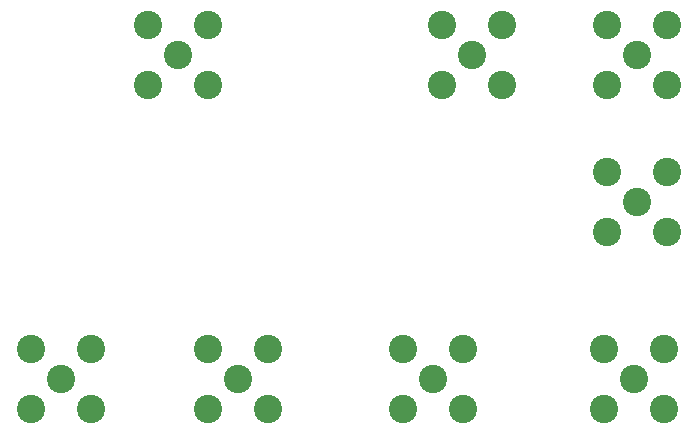
<source format=gbs>
G04 (created by PCBNEW (2013-may-18)-stable) date 2014年01月29日 星期三 11时55分50秒*
%MOIN*%
G04 Gerber Fmt 3.4, Leading zero omitted, Abs format*
%FSLAX34Y34*%
G01*
G70*
G90*
G04 APERTURE LIST*
%ADD10C,0.00590551*%
%ADD11C,0.0944882*%
G04 APERTURE END LIST*
G54D10*
G54D11*
X70950Y-46550D03*
X69950Y-47550D03*
X69950Y-45550D03*
X71950Y-45550D03*
X71950Y-47550D03*
X71050Y-40650D03*
X70050Y-41650D03*
X70050Y-39650D03*
X72050Y-39650D03*
X72050Y-41650D03*
X64250Y-46550D03*
X63250Y-47550D03*
X63250Y-45550D03*
X65250Y-45550D03*
X65250Y-47550D03*
X71050Y-35750D03*
X70050Y-36750D03*
X70050Y-34750D03*
X72050Y-34750D03*
X72050Y-36750D03*
X65550Y-35750D03*
X64550Y-36750D03*
X64550Y-34750D03*
X66550Y-34750D03*
X66550Y-36750D03*
X55750Y-35750D03*
X54750Y-36750D03*
X54750Y-34750D03*
X56750Y-34750D03*
X56750Y-36750D03*
X51850Y-46550D03*
X50850Y-47550D03*
X50850Y-45550D03*
X52850Y-45550D03*
X52850Y-47550D03*
X57750Y-46550D03*
X56750Y-47550D03*
X56750Y-45550D03*
X58750Y-45550D03*
X58750Y-47550D03*
M02*

</source>
